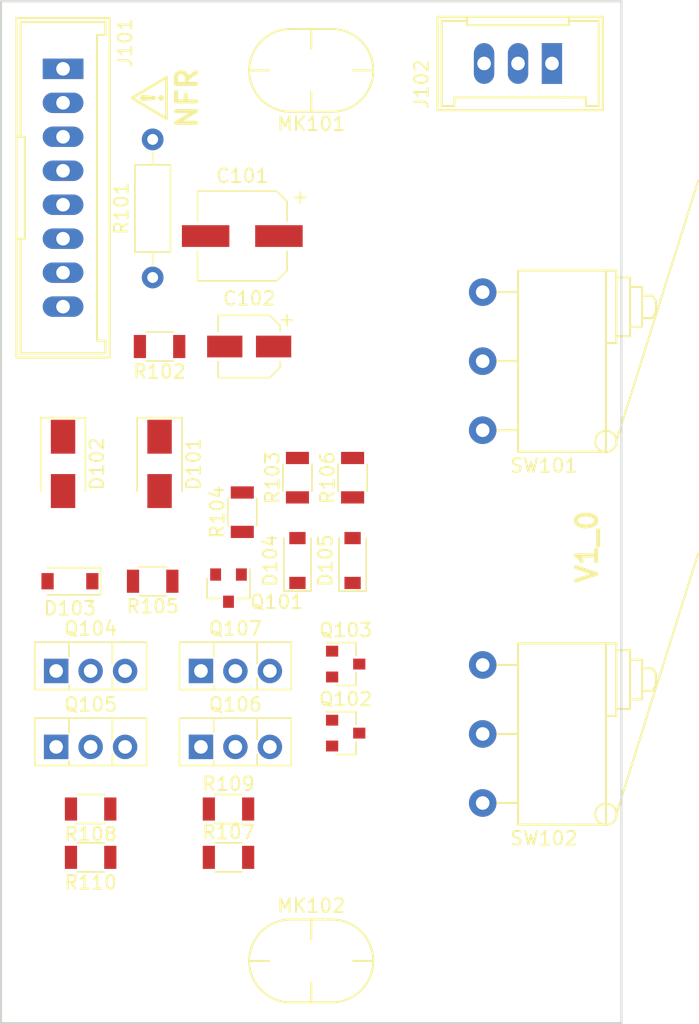
<source format=kicad_pcb>
(kicad_pcb (version 4) (host pcbnew 4.0.7)

  (general
    (links 46)
    (no_connects 46)
    (area 121.844999 56.795999 173.566501 132.180001)
    (thickness 1.6)
    (drawings 28)
    (tracks 0)
    (zones 0)
    (modules 30)
    (nets 22)
  )

  (page A4)
  (title_block
    (title "Philips VP415 Front Loader Module")
    (date 2018-09-07)
    (rev 1.1)
    (company https://www.domesday86.com)
    (comment 1 "(c)2018 Simon Inns")
    (comment 2 "License: Attribution-ShareAlike 4.0 International (CC BY-SA 4.0)")
  )

  (layers
    (0 F.Cu signal)
    (31 B.Cu signal)
    (32 B.Adhes user)
    (33 F.Adhes user)
    (34 B.Paste user)
    (35 F.Paste user)
    (36 B.SilkS user)
    (37 F.SilkS user)
    (38 B.Mask user)
    (39 F.Mask user)
    (40 Dwgs.User user)
    (41 Cmts.User user)
    (42 Eco1.User user)
    (43 Eco2.User user)
    (44 Edge.Cuts user)
    (45 Margin user)
    (46 B.CrtYd user)
    (47 F.CrtYd user)
    (48 B.Fab user)
    (49 F.Fab user)
  )

  (setup
    (last_trace_width 0.25)
    (user_trace_width 0.3)
    (user_trace_width 0.4)
    (trace_clearance 0.2)
    (zone_clearance 0.6)
    (zone_45_only no)
    (trace_min 0.2)
    (segment_width 0.2)
    (edge_width 0.15)
    (via_size 0.6)
    (via_drill 0.4)
    (via_min_size 0.4)
    (via_min_drill 0.3)
    (uvia_size 0.3)
    (uvia_drill 0.1)
    (uvias_allowed no)
    (uvia_min_size 0.2)
    (uvia_min_drill 0.1)
    (pcb_text_width 0.3)
    (pcb_text_size 1.5 1.5)
    (mod_edge_width 0.15)
    (mod_text_size 1 1)
    (mod_text_width 0.15)
    (pad_size 1.524 1.524)
    (pad_drill 0.762)
    (pad_to_mask_clearance 0.2)
    (aux_axis_origin 0 0)
    (visible_elements 7FFFFFFF)
    (pcbplotparams
      (layerselection 0x010f0_80000001)
      (usegerberextensions false)
      (excludeedgelayer false)
      (linewidth 0.100000)
      (plotframeref false)
      (viasonmask false)
      (mode 1)
      (useauxorigin false)
      (hpglpennumber 1)
      (hpglpenspeed 20)
      (hpglpendiameter 15)
      (hpglpenoverlay 2)
      (psnegative false)
      (psa4output false)
      (plotreference true)
      (plotvalue true)
      (plotinvisibletext false)
      (padsonsilk false)
      (subtractmaskfromsilk false)
      (outputformat 4)
      (mirror false)
      (drillshape 1)
      (scaleselection 1)
      (outputdirectory PDF/))
  )

  (net 0 "")
  (net 1 +12V)
  (net 2 5P1)
  (net 3 7P1)
  (net 4 "Net-(D101-Pad2)")
  (net 5 8P1)
  (net 6 "Net-(D103-Pad1)")
  (net 7 "Net-(D104-Pad1)")
  (net 8 "Net-(D104-Pad2)")
  (net 9 "Net-(D105-Pad2)")
  (net 10 1P1)
  (net 11 3P1)
  (net 12 6P1)
  (net 13 1P2)
  (net 14 3P2)
  (net 15 "Net-(Q102-Pad2)")
  (net 16 "Net-(Q102-Pad3)")
  (net 17 "Net-(Q103-Pad2)")
  (net 18 "Net-(Q103-Pad3)")
  (net 19 "Net-(Q105-Pad3)")
  (net 20 "Net-(Q106-Pad3)")
  (net 21 "Net-(C102-Pad2)")

  (net_class Default "This is the default net class."
    (clearance 0.2)
    (trace_width 0.25)
    (via_dia 0.6)
    (via_drill 0.4)
    (uvia_dia 0.3)
    (uvia_drill 0.1)
    (add_net +12V)
    (add_net 1P1)
    (add_net 1P2)
    (add_net 3P1)
    (add_net 3P2)
    (add_net 5P1)
    (add_net 6P1)
    (add_net 7P1)
    (add_net 8P1)
    (add_net "Net-(C102-Pad2)")
    (add_net "Net-(D101-Pad2)")
    (add_net "Net-(D103-Pad1)")
    (add_net "Net-(D104-Pad1)")
    (add_net "Net-(D104-Pad2)")
    (add_net "Net-(D105-Pad2)")
    (add_net "Net-(Q102-Pad2)")
    (add_net "Net-(Q102-Pad3)")
    (add_net "Net-(Q103-Pad2)")
    (add_net "Net-(Q103-Pad3)")
    (add_net "Net-(Q105-Pad3)")
    (add_net "Net-(Q106-Pad3)")
  )

  (module Capacitors_SMD:CP_Elec_6.3x7.7 (layer F.Cu) (tedit 58AA8B76) (tstamp 5B55BC74)
    (at 139.7 74.168 180)
    (descr "SMT capacitor, aluminium electrolytic, 6.3x7.7")
    (path /5AAA8323)
    (attr smd)
    (fp_text reference C101 (at 0 4.43 180) (layer F.SilkS)
      (effects (font (size 1 1) (thickness 0.15)))
    )
    (fp_text value 47uF (at 0 -4.43 180) (layer F.Fab)
      (effects (font (size 1 1) (thickness 0.15)))
    )
    (fp_circle (center 0 0) (end 0.5 3) (layer F.Fab) (width 0.1))
    (fp_text user + (at -1.73 -0.08 180) (layer F.Fab)
      (effects (font (size 1 1) (thickness 0.15)))
    )
    (fp_text user + (at -4.28 2.91 180) (layer F.SilkS)
      (effects (font (size 1 1) (thickness 0.15)))
    )
    (fp_text user %R (at 0 4.43 180) (layer F.Fab)
      (effects (font (size 1 1) (thickness 0.15)))
    )
    (fp_line (start 3.15 3.15) (end 3.15 -3.15) (layer F.Fab) (width 0.1))
    (fp_line (start -2.48 3.15) (end 3.15 3.15) (layer F.Fab) (width 0.1))
    (fp_line (start -3.15 2.48) (end -2.48 3.15) (layer F.Fab) (width 0.1))
    (fp_line (start -3.15 -2.48) (end -3.15 2.48) (layer F.Fab) (width 0.1))
    (fp_line (start -2.48 -3.15) (end -3.15 -2.48) (layer F.Fab) (width 0.1))
    (fp_line (start 3.15 -3.15) (end -2.48 -3.15) (layer F.Fab) (width 0.1))
    (fp_line (start -3.3 2.54) (end -3.3 1.12) (layer F.SilkS) (width 0.12))
    (fp_line (start 3.3 3.3) (end 3.3 1.12) (layer F.SilkS) (width 0.12))
    (fp_line (start 3.3 -3.3) (end 3.3 -1.12) (layer F.SilkS) (width 0.12))
    (fp_line (start -3.3 -2.54) (end -3.3 -1.12) (layer F.SilkS) (width 0.12))
    (fp_line (start 3.3 3.3) (end -2.54 3.3) (layer F.SilkS) (width 0.12))
    (fp_line (start -2.54 3.3) (end -3.3 2.54) (layer F.SilkS) (width 0.12))
    (fp_line (start -3.3 -2.54) (end -2.54 -3.3) (layer F.SilkS) (width 0.12))
    (fp_line (start -2.54 -3.3) (end 3.3 -3.3) (layer F.SilkS) (width 0.12))
    (fp_line (start -4.7 -3.4) (end 4.7 -3.4) (layer F.CrtYd) (width 0.05))
    (fp_line (start -4.7 -3.4) (end -4.7 3.4) (layer F.CrtYd) (width 0.05))
    (fp_line (start 4.7 3.4) (end 4.7 -3.4) (layer F.CrtYd) (width 0.05))
    (fp_line (start 4.7 3.4) (end -4.7 3.4) (layer F.CrtYd) (width 0.05))
    (pad 1 smd rect (at -2.7 0) (size 3.5 1.6) (layers F.Cu F.Paste F.Mask)
      (net 1 +12V))
    (pad 2 smd rect (at 2.7 0) (size 3.5 1.6) (layers F.Cu F.Paste F.Mask)
      (net 2 5P1))
    (model Capacitors_SMD.3dshapes/CP_Elec_6.3x7.7.wrl
      (at (xyz 0 0 0))
      (scale (xyz 1 1 1))
      (rotate (xyz 0 0 180))
    )
  )

  (module Capacitors_SMD:CP_Elec_4x5.3 (layer F.Cu) (tedit 58AA85FB) (tstamp 5B55BC7A)
    (at 140.208 82.296 180)
    (descr "SMT capacitor, aluminium electrolytic, 4x5.3")
    (path /5AAA5C86)
    (attr smd)
    (fp_text reference C102 (at 0 3.54 180) (layer F.SilkS)
      (effects (font (size 1 1) (thickness 0.15)))
    )
    (fp_text value 4u7 (at 0 -3.54 180) (layer F.Fab)
      (effects (font (size 1 1) (thickness 0.15)))
    )
    (fp_circle (center 0 0) (end 0 2.1) (layer F.Fab) (width 0.1))
    (fp_text user + (at -1.21 -0.08 180) (layer F.Fab)
      (effects (font (size 1 1) (thickness 0.15)))
    )
    (fp_text user + (at -2.77 2.01 180) (layer F.SilkS)
      (effects (font (size 1 1) (thickness 0.15)))
    )
    (fp_text user %R (at 0 3.54 180) (layer F.Fab)
      (effects (font (size 1 1) (thickness 0.15)))
    )
    (fp_line (start 2.13 2.13) (end 2.13 -2.13) (layer F.Fab) (width 0.1))
    (fp_line (start -1.46 2.13) (end 2.13 2.13) (layer F.Fab) (width 0.1))
    (fp_line (start -2.13 1.46) (end -1.46 2.13) (layer F.Fab) (width 0.1))
    (fp_line (start -2.13 -1.46) (end -2.13 1.46) (layer F.Fab) (width 0.1))
    (fp_line (start -1.46 -2.13) (end -2.13 -1.46) (layer F.Fab) (width 0.1))
    (fp_line (start 2.13 -2.13) (end -1.46 -2.13) (layer F.Fab) (width 0.1))
    (fp_line (start -2.29 -1.52) (end -2.29 -1.12) (layer F.SilkS) (width 0.12))
    (fp_line (start 2.29 -2.29) (end 2.29 -1.12) (layer F.SilkS) (width 0.12))
    (fp_line (start 2.29 2.29) (end 2.29 1.12) (layer F.SilkS) (width 0.12))
    (fp_line (start -2.29 1.52) (end -2.29 1.12) (layer F.SilkS) (width 0.12))
    (fp_line (start -1.52 2.29) (end 2.29 2.29) (layer F.SilkS) (width 0.12))
    (fp_line (start -1.52 2.29) (end -2.29 1.52) (layer F.SilkS) (width 0.12))
    (fp_line (start -1.52 -2.29) (end 2.29 -2.29) (layer F.SilkS) (width 0.12))
    (fp_line (start -1.52 -2.29) (end -2.29 -1.52) (layer F.SilkS) (width 0.12))
    (fp_line (start -3.35 -2.39) (end 3.35 -2.39) (layer F.CrtYd) (width 0.05))
    (fp_line (start -3.35 -2.39) (end -3.35 2.38) (layer F.CrtYd) (width 0.05))
    (fp_line (start 3.35 2.38) (end 3.35 -2.39) (layer F.CrtYd) (width 0.05))
    (fp_line (start 3.35 2.38) (end -3.35 2.38) (layer F.CrtYd) (width 0.05))
    (pad 1 smd rect (at -1.8 0) (size 2.6 1.6) (layers F.Cu F.Paste F.Mask)
      (net 1 +12V))
    (pad 2 smd rect (at 1.8 0) (size 2.6 1.6) (layers F.Cu F.Paste F.Mask)
      (net 21 "Net-(C102-Pad2)"))
    (model Capacitors_SMD.3dshapes/CP_Elec_4x5.3.wrl
      (at (xyz 0 0 0))
      (scale (xyz 1 1 1))
      (rotate (xyz 0 0 180))
    )
  )

  (module Lumberg-25-MSF:Lumberg-25-MSF-08 (layer F.Cu) (tedit 5B55E1F9) (tstamp 5B55BCB8)
    (at 126.492 70.612 270)
    (path /5AAA58C2)
    (fp_text reference J101 (at -10.668 -4.572 450) (layer F.SilkS)
      (effects (font (size 1 1) (thickness 0.15)))
    )
    (fp_text value "P1 Connector" (at -4.572 3.048 270) (layer F.Fab)
      (effects (font (size 1 1) (thickness 0.15)))
    )
    (fp_line (start 3.75 3.125) (end 12.1875 3.125) (layer F.SilkS) (width 0.15))
    (fp_line (start -12.1875 3.125) (end -3.75 3.125) (layer F.SilkS) (width 0.15))
    (fp_line (start -3.75 3.125) (end -3.75 2.8125) (layer F.SilkS) (width 0.15))
    (fp_line (start -3.75 2.8125) (end 3.75 2.8125) (layer F.SilkS) (width 0.15))
    (fp_line (start 3.75 2.8125) (end 3.75 3.125) (layer F.SilkS) (width 0.15))
    (fp_line (start 3.75 3.125) (end 3.75 3.4375) (layer F.SilkS) (width 0.15))
    (fp_line (start -3.75 3.125) (end -3.75 3.4375) (layer F.SilkS) (width 0.15))
    (fp_line (start 11.25 -3.125) (end 12.1875 -3.125) (layer F.SilkS) (width 0.15))
    (fp_line (start -12.1875 -3.125) (end -11.25 -3.125) (layer F.SilkS) (width 0.15))
    (fp_line (start 9.6875 -2.5) (end 11.25 -2.5) (layer F.SilkS) (width 0.15))
    (fp_line (start 11.25 -2.5) (end 11.25 -3.125) (layer F.SilkS) (width 0.15))
    (fp_line (start -11.25 -3.125) (end -11.25 -2.5) (layer F.SilkS) (width 0.15))
    (fp_line (start -11.25 -2.5) (end -9.6875 -2.5) (layer F.SilkS) (width 0.15))
    (fp_line (start -9.6875 -2.5) (end 9.6875 -2.5) (layer F.SilkS) (width 0.15))
    (fp_line (start -12.5 3.4375) (end -12.5 -3.4375) (layer F.SilkS) (width 0.15))
    (fp_line (start 12.5 3.4375) (end 12.5 -3.4375) (layer F.SilkS) (width 0.15))
    (fp_line (start -12.1875 3.125) (end -12.1875 -3.125) (layer F.SilkS) (width 0.15))
    (fp_line (start 12.1875 3.125) (end 12.1875 -3.125) (layer F.SilkS) (width 0.15))
    (fp_line (start -12.5 3.4375) (end 12.5 3.4375) (layer F.SilkS) (width 0.15))
    (fp_line (start -12.5 -3.4375) (end 12.5 -3.4375) (layer F.SilkS) (width 0.15))
    (pad 1 thru_hole rect (at -8.75 0 270) (size 1.5 3) (drill 1) (layers *.Cu *.Mask)
      (net 10 1P1))
    (pad 2 thru_hole oval (at -6.25 0 270) (size 1.5 3) (drill 1) (layers *.Cu *.Mask))
    (pad 3 thru_hole oval (at -3.75 0 270) (size 1.5 3) (drill 1) (layers *.Cu *.Mask)
      (net 11 3P1))
    (pad 4 thru_hole oval (at -1.25 0 270) (size 1.5 3) (drill 1) (layers *.Cu *.Mask))
    (pad 5 thru_hole oval (at 1.25 0 270) (size 1.5 3) (drill 1) (layers *.Cu *.Mask)
      (net 2 5P1))
    (pad 6 thru_hole oval (at 3.75 0 270) (size 1.5 3) (drill 1) (layers *.Cu *.Mask)
      (net 12 6P1))
    (pad 7 thru_hole oval (at 6.25 0 270) (size 1.5 3) (drill 1) (layers *.Cu *.Mask)
      (net 3 7P1))
    (pad 8 thru_hole oval (at 8.75 0 270) (size 1.5 3) (drill 1) (layers *.Cu *.Mask)
      (net 5 8P1))
  )

  (module Lumberg-25-MSF:Lumberg-25-MSF-03 (layer F.Cu) (tedit 5B55E205) (tstamp 5B55BCD3)
    (at 160.02 61.468 180)
    (path /5AAA5921)
    (fp_text reference J102 (at 7.112 -1.524 270) (layer F.SilkS)
      (effects (font (size 1 1) (thickness 0.15)))
    )
    (fp_text value "P2 Connector" (at 0 -4.572 180) (layer F.Fab)
      (effects (font (size 1 1) (thickness 0.15)))
    )
    (fp_line (start 5.9375 -3.4375) (end -6.25 -3.4375) (layer F.SilkS) (width 0.15))
    (fp_line (start -6.25 3.4375) (end 5.9375 3.4375) (layer F.SilkS) (width 0.15))
    (fp_line (start 3.125 -2.5) (end -3.4375 -2.5) (layer F.SilkS) (width 0.15))
    (fp_line (start 5.9375 3.4375) (end 5.9375 -3.4375) (layer F.SilkS) (width 0.15))
    (fp_line (start 3.75 3.125) (end 5.625 3.125) (layer F.SilkS) (width 0.15))
    (fp_line (start -5.9375 3.125) (end -3.75 3.125) (layer F.SilkS) (width 0.15))
    (fp_line (start -3.75 3.125) (end -3.75 2.8125) (layer F.SilkS) (width 0.15))
    (fp_line (start -3.75 2.8125) (end 3.75 2.8125) (layer F.SilkS) (width 0.15))
    (fp_line (start 3.75 2.8125) (end 3.75 3.125) (layer F.SilkS) (width 0.15))
    (fp_line (start 3.75 3.125) (end 3.75 3.4375) (layer F.SilkS) (width 0.15))
    (fp_line (start -3.75 3.125) (end -3.75 3.4375) (layer F.SilkS) (width 0.15))
    (fp_line (start 4.6875 -3.125) (end 5.625 -3.125) (layer F.SilkS) (width 0.15))
    (fp_line (start -5.9375 -3.125) (end -5 -3.125) (layer F.SilkS) (width 0.15))
    (fp_line (start 3.125 -2.5) (end 4.6875 -2.5) (layer F.SilkS) (width 0.15))
    (fp_line (start 4.6875 -2.5) (end 4.6875 -3.125) (layer F.SilkS) (width 0.15))
    (fp_line (start -5 -3.125) (end -5 -2.5) (layer F.SilkS) (width 0.15))
    (fp_line (start -5 -2.5) (end -3.4375 -2.5) (layer F.SilkS) (width 0.15))
    (fp_line (start -6.25 3.4375) (end -6.25 -3.4375) (layer F.SilkS) (width 0.15))
    (fp_line (start -5.9375 3.125) (end -5.9375 -3.125) (layer F.SilkS) (width 0.15))
    (fp_line (start 5.625 3.125) (end 5.625 -3.125) (layer F.SilkS) (width 0.15))
    (pad 1 thru_hole rect (at -2.5 0 180) (size 1.5 3) (drill 1) (layers *.Cu *.Mask)
      (net 13 1P2))
    (pad 2 thru_hole oval (at 0 0 180) (size 1.5 3) (drill 1) (layers *.Cu *.Mask))
    (pad 3 thru_hole oval (at 2.5 0 180) (size 1.5 3) (drill 1) (layers *.Cu *.Mask)
      (net 14 3P2))
  )

  (module Module-P-Mount:Module-P-Mount (layer F.Cu) (tedit 5B55E1FE) (tstamp 5B55BCE2)
    (at 144.78 61.976)
    (path /5B55A1CF)
    (fp_text reference MK101 (at 0 3.937) (layer F.SilkS)
      (effects (font (size 1 1) (thickness 0.15)))
    )
    (fp_text value Mounting_Hole (at 0 -3.048) (layer F.Fab)
      (effects (font (size 1 1) (thickness 0.15)))
    )
    (fp_line (start 0 1.524) (end 0 3.048) (layer F.SilkS) (width 0.15))
    (fp_line (start -3.048 0) (end -4.572 0) (layer F.SilkS) (width 0.15))
    (fp_line (start 0 -1.524) (end 0 -3.048) (layer F.SilkS) (width 0.15))
    (fp_line (start 3.048 0) (end 4.572 0) (layer F.SilkS) (width 0.15))
    (fp_line (start -1.524 3.048) (end 1.524 3.048) (layer F.SilkS) (width 0.15))
    (fp_line (start -1.524 -3.048) (end 1.524 -3.048) (layer F.SilkS) (width 0.15))
    (fp_arc (start -1.524 0) (end -1.524 3.048) (angle 90) (layer F.SilkS) (width 0.15))
    (fp_arc (start 1.524 0) (end 1.524 -3.048) (angle 90) (layer F.SilkS) (width 0.15))
    (fp_arc (start 1.524 0) (end 4.572 0) (angle 90) (layer F.SilkS) (width 0.15))
    (fp_arc (start -1.524 0) (end -4.572 0) (angle 90) (layer F.SilkS) (width 0.15))
    (pad "" np_thru_hole oval (at 0 0) (size 6.069 3.048) (drill oval 6.069 3.048) (layers *.Cu *.Mask))
  )

  (module Module-P-Mount:Module-P-Mount (layer F.Cu) (tedit 5B55DDD6) (tstamp 5B55BCF1)
    (at 144.78 127.508)
    (path /5B55A2CA)
    (fp_text reference MK102 (at 0 -4.064) (layer F.SilkS)
      (effects (font (size 1 1) (thickness 0.15)))
    )
    (fp_text value Mounting_Hole (at -0.254 -3.937) (layer F.Fab)
      (effects (font (size 1 1) (thickness 0.15)))
    )
    (fp_line (start 0 1.524) (end 0 3.048) (layer F.SilkS) (width 0.15))
    (fp_line (start -3.048 0) (end -4.572 0) (layer F.SilkS) (width 0.15))
    (fp_line (start 0 -1.524) (end 0 -3.048) (layer F.SilkS) (width 0.15))
    (fp_line (start 3.048 0) (end 4.572 0) (layer F.SilkS) (width 0.15))
    (fp_line (start -1.524 3.048) (end 1.524 3.048) (layer F.SilkS) (width 0.15))
    (fp_line (start -1.524 -3.048) (end 1.524 -3.048) (layer F.SilkS) (width 0.15))
    (fp_arc (start -1.524 0) (end -1.524 3.048) (angle 90) (layer F.SilkS) (width 0.15))
    (fp_arc (start 1.524 0) (end 1.524 -3.048) (angle 90) (layer F.SilkS) (width 0.15))
    (fp_arc (start 1.524 0) (end 4.572 0) (angle 90) (layer F.SilkS) (width 0.15))
    (fp_arc (start -1.524 0) (end -4.572 0) (angle 90) (layer F.SilkS) (width 0.15))
    (pad "" np_thru_hole oval (at 0 0) (size 6.069 3.048) (drill oval 6.069 3.048) (layers *.Cu *.Mask))
  )

  (module TO_SOT_Packages_SMD:SOT-23 (layer F.Cu) (tedit 5B55DE1A) (tstamp 5B55BCF8)
    (at 138.684 100.076 270)
    (descr "SOT-23, Standard")
    (tags SOT-23)
    (path /5AAA5D97)
    (attr smd)
    (fp_text reference Q101 (at 1.016 -3.556 360) (layer F.SilkS)
      (effects (font (size 1 1) (thickness 0.15)))
    )
    (fp_text value BC848C (at 0 2.5 270) (layer F.Fab)
      (effects (font (size 1 1) (thickness 0.15)))
    )
    (fp_text user %R (at 0 0 360) (layer F.Fab)
      (effects (font (size 0.5 0.5) (thickness 0.075)))
    )
    (fp_line (start -0.7 -0.95) (end -0.7 1.5) (layer F.Fab) (width 0.1))
    (fp_line (start -0.15 -1.52) (end 0.7 -1.52) (layer F.Fab) (width 0.1))
    (fp_line (start -0.7 -0.95) (end -0.15 -1.52) (layer F.Fab) (width 0.1))
    (fp_line (start 0.7 -1.52) (end 0.7 1.52) (layer F.Fab) (width 0.1))
    (fp_line (start -0.7 1.52) (end 0.7 1.52) (layer F.Fab) (width 0.1))
    (fp_line (start 0.76 1.58) (end 0.76 0.65) (layer F.SilkS) (width 0.12))
    (fp_line (start 0.76 -1.58) (end 0.76 -0.65) (layer F.SilkS) (width 0.12))
    (fp_line (start -1.7 -1.75) (end 1.7 -1.75) (layer F.CrtYd) (width 0.05))
    (fp_line (start 1.7 -1.75) (end 1.7 1.75) (layer F.CrtYd) (width 0.05))
    (fp_line (start 1.7 1.75) (end -1.7 1.75) (layer F.CrtYd) (width 0.05))
    (fp_line (start -1.7 1.75) (end -1.7 -1.75) (layer F.CrtYd) (width 0.05))
    (fp_line (start 0.76 -1.58) (end -1.4 -1.58) (layer F.SilkS) (width 0.12))
    (fp_line (start 0.76 1.58) (end -0.7 1.58) (layer F.SilkS) (width 0.12))
    (pad 1 smd rect (at -1 -0.95 270) (size 0.9 0.8) (layers F.Cu F.Paste F.Mask)
      (net 6 "Net-(D103-Pad1)"))
    (pad 2 smd rect (at -1 0.95 270) (size 0.9 0.8) (layers F.Cu F.Paste F.Mask)
      (net 2 5P1))
    (pad 3 smd rect (at 1 0 270) (size 0.9 0.8) (layers F.Cu F.Paste F.Mask)
      (net 7 "Net-(D104-Pad1)"))
    (model ${KISYS3DMOD}/TO_SOT_Packages_SMD.3dshapes/SOT-23.wrl
      (at (xyz 0 0 0))
      (scale (xyz 1 1 1))
      (rotate (xyz 0 0 0))
    )
  )

  (module TO_SOT_Packages_SMD:SOT-23 (layer F.Cu) (tedit 58CE4E7E) (tstamp 5B55BCFF)
    (at 147.32 110.744)
    (descr "SOT-23, Standard")
    (tags SOT-23)
    (path /5AAA6101)
    (attr smd)
    (fp_text reference Q102 (at 0 -2.5) (layer F.SilkS)
      (effects (font (size 1 1) (thickness 0.15)))
    )
    (fp_text value BC848C (at 0 2.5) (layer F.Fab)
      (effects (font (size 1 1) (thickness 0.15)))
    )
    (fp_text user %R (at 0 0 90) (layer F.Fab)
      (effects (font (size 0.5 0.5) (thickness 0.075)))
    )
    (fp_line (start -0.7 -0.95) (end -0.7 1.5) (layer F.Fab) (width 0.1))
    (fp_line (start -0.15 -1.52) (end 0.7 -1.52) (layer F.Fab) (width 0.1))
    (fp_line (start -0.7 -0.95) (end -0.15 -1.52) (layer F.Fab) (width 0.1))
    (fp_line (start 0.7 -1.52) (end 0.7 1.52) (layer F.Fab) (width 0.1))
    (fp_line (start -0.7 1.52) (end 0.7 1.52) (layer F.Fab) (width 0.1))
    (fp_line (start 0.76 1.58) (end 0.76 0.65) (layer F.SilkS) (width 0.12))
    (fp_line (start 0.76 -1.58) (end 0.76 -0.65) (layer F.SilkS) (width 0.12))
    (fp_line (start -1.7 -1.75) (end 1.7 -1.75) (layer F.CrtYd) (width 0.05))
    (fp_line (start 1.7 -1.75) (end 1.7 1.75) (layer F.CrtYd) (width 0.05))
    (fp_line (start 1.7 1.75) (end -1.7 1.75) (layer F.CrtYd) (width 0.05))
    (fp_line (start -1.7 1.75) (end -1.7 -1.75) (layer F.CrtYd) (width 0.05))
    (fp_line (start 0.76 -1.58) (end -1.4 -1.58) (layer F.SilkS) (width 0.12))
    (fp_line (start 0.76 1.58) (end -0.7 1.58) (layer F.SilkS) (width 0.12))
    (pad 1 smd rect (at -1 -0.95) (size 0.9 0.8) (layers F.Cu F.Paste F.Mask)
      (net 8 "Net-(D104-Pad2)"))
    (pad 2 smd rect (at -1 0.95) (size 0.9 0.8) (layers F.Cu F.Paste F.Mask)
      (net 15 "Net-(Q102-Pad2)"))
    (pad 3 smd rect (at 1 0) (size 0.9 0.8) (layers F.Cu F.Paste F.Mask)
      (net 16 "Net-(Q102-Pad3)"))
    (model ${KISYS3DMOD}/TO_SOT_Packages_SMD.3dshapes/SOT-23.wrl
      (at (xyz 0 0 0))
      (scale (xyz 1 1 1))
      (rotate (xyz 0 0 0))
    )
  )

  (module TO_SOT_Packages_SMD:SOT-23 (layer F.Cu) (tedit 58CE4E7E) (tstamp 5B55BD06)
    (at 147.32 105.664)
    (descr "SOT-23, Standard")
    (tags SOT-23)
    (path /5AAA6156)
    (attr smd)
    (fp_text reference Q103 (at 0 -2.5) (layer F.SilkS)
      (effects (font (size 1 1) (thickness 0.15)))
    )
    (fp_text value BC848C (at 0 2.5) (layer F.Fab)
      (effects (font (size 1 1) (thickness 0.15)))
    )
    (fp_text user %R (at 0 0 90) (layer F.Fab)
      (effects (font (size 0.5 0.5) (thickness 0.075)))
    )
    (fp_line (start -0.7 -0.95) (end -0.7 1.5) (layer F.Fab) (width 0.1))
    (fp_line (start -0.15 -1.52) (end 0.7 -1.52) (layer F.Fab) (width 0.1))
    (fp_line (start -0.7 -0.95) (end -0.15 -1.52) (layer F.Fab) (width 0.1))
    (fp_line (start 0.7 -1.52) (end 0.7 1.52) (layer F.Fab) (width 0.1))
    (fp_line (start -0.7 1.52) (end 0.7 1.52) (layer F.Fab) (width 0.1))
    (fp_line (start 0.76 1.58) (end 0.76 0.65) (layer F.SilkS) (width 0.12))
    (fp_line (start 0.76 -1.58) (end 0.76 -0.65) (layer F.SilkS) (width 0.12))
    (fp_line (start -1.7 -1.75) (end 1.7 -1.75) (layer F.CrtYd) (width 0.05))
    (fp_line (start 1.7 -1.75) (end 1.7 1.75) (layer F.CrtYd) (width 0.05))
    (fp_line (start 1.7 1.75) (end -1.7 1.75) (layer F.CrtYd) (width 0.05))
    (fp_line (start -1.7 1.75) (end -1.7 -1.75) (layer F.CrtYd) (width 0.05))
    (fp_line (start 0.76 -1.58) (end -1.4 -1.58) (layer F.SilkS) (width 0.12))
    (fp_line (start 0.76 1.58) (end -0.7 1.58) (layer F.SilkS) (width 0.12))
    (pad 1 smd rect (at -1 -0.95) (size 0.9 0.8) (layers F.Cu F.Paste F.Mask)
      (net 9 "Net-(D105-Pad2)"))
    (pad 2 smd rect (at -1 0.95) (size 0.9 0.8) (layers F.Cu F.Paste F.Mask)
      (net 17 "Net-(Q103-Pad2)"))
    (pad 3 smd rect (at 1 0) (size 0.9 0.8) (layers F.Cu F.Paste F.Mask)
      (net 18 "Net-(Q103-Pad3)"))
    (model ${KISYS3DMOD}/TO_SOT_Packages_SMD.3dshapes/SOT-23.wrl
      (at (xyz 0 0 0))
      (scale (xyz 1 1 1))
      (rotate (xyz 0 0 0))
    )
  )

  (module TO_SOT_Packages_THT:TO-126_Vertical (layer F.Cu) (tedit 58CE52AC) (tstamp 5B55BD0D)
    (at 125.984 106.172)
    (descr "TO-126, Vertical, RM 2.54mm")
    (tags "TO-126 Vertical RM 2.54mm")
    (path /5AAAE1CF)
    (fp_text reference Q104 (at 2.54 -3.12) (layer F.SilkS)
      (effects (font (size 1 1) (thickness 0.15)))
    )
    (fp_text value BD139-10 (at 2.54 3.27) (layer F.Fab)
      (effects (font (size 1 1) (thickness 0.15)))
    )
    (fp_text user %R (at 2.54 -3.12) (layer F.Fab)
      (effects (font (size 1 1) (thickness 0.15)))
    )
    (fp_line (start -1.46 -2) (end -1.46 1.25) (layer F.Fab) (width 0.1))
    (fp_line (start -1.46 1.25) (end 6.54 1.25) (layer F.Fab) (width 0.1))
    (fp_line (start 6.54 1.25) (end 6.54 -2) (layer F.Fab) (width 0.1))
    (fp_line (start 6.54 -2) (end -1.46 -2) (layer F.Fab) (width 0.1))
    (fp_line (start 0.94 -2) (end 0.94 1.25) (layer F.Fab) (width 0.1))
    (fp_line (start 4.14 -2) (end 4.14 1.25) (layer F.Fab) (width 0.1))
    (fp_line (start -1.58 -2.12) (end 6.66 -2.12) (layer F.SilkS) (width 0.12))
    (fp_line (start -1.58 1.37) (end 6.66 1.37) (layer F.SilkS) (width 0.12))
    (fp_line (start -1.58 -2.12) (end -1.58 1.37) (layer F.SilkS) (width 0.12))
    (fp_line (start 6.66 -2.12) (end 6.66 1.37) (layer F.SilkS) (width 0.12))
    (fp_line (start 0.94 -2.12) (end 0.94 -1.05) (layer F.SilkS) (width 0.12))
    (fp_line (start 0.94 1.05) (end 0.94 1.37) (layer F.SilkS) (width 0.12))
    (fp_line (start 4.141 -2.12) (end 4.141 -0.54) (layer F.SilkS) (width 0.12))
    (fp_line (start 4.141 0.54) (end 4.141 1.37) (layer F.SilkS) (width 0.12))
    (fp_line (start -1.71 -2.25) (end -1.71 1.5) (layer F.CrtYd) (width 0.05))
    (fp_line (start -1.71 1.5) (end 6.79 1.5) (layer F.CrtYd) (width 0.05))
    (fp_line (start 6.79 1.5) (end 6.79 -2.25) (layer F.CrtYd) (width 0.05))
    (fp_line (start 6.79 -2.25) (end -1.71 -2.25) (layer F.CrtYd) (width 0.05))
    (pad 1 thru_hole rect (at 0 0) (size 1.8 1.8) (drill 1) (layers *.Cu *.Mask)
      (net 2 5P1))
    (pad 2 thru_hole oval (at 2.54 0) (size 1.8 1.8) (drill 1) (layers *.Cu *.Mask)
      (net 14 3P2))
    (pad 3 thru_hole oval (at 5.08 0) (size 1.8 1.8) (drill 1) (layers *.Cu *.Mask)
      (net 15 "Net-(Q102-Pad2)"))
    (model ${KISYS3DMOD}/TO_SOT_Packages_THT.3dshapes/TO-126_Vertical.wrl
      (at (xyz 0.1 0 0))
      (scale (xyz 1 1 1))
      (rotate (xyz 0 0 0))
    )
  )

  (module TO_SOT_Packages_THT:TO-126_Vertical (layer F.Cu) (tedit 58CE52AC) (tstamp 5B55BD14)
    (at 125.984 111.76)
    (descr "TO-126, Vertical, RM 2.54mm")
    (tags "TO-126 Vertical RM 2.54mm")
    (path /5AAAE4D7)
    (fp_text reference Q105 (at 2.54 -3.12) (layer F.SilkS)
      (effects (font (size 1 1) (thickness 0.15)))
    )
    (fp_text value BD140-16 (at 2.54 3.27) (layer F.Fab)
      (effects (font (size 1 1) (thickness 0.15)))
    )
    (fp_text user %R (at 2.54 -3.12) (layer F.Fab)
      (effects (font (size 1 1) (thickness 0.15)))
    )
    (fp_line (start -1.46 -2) (end -1.46 1.25) (layer F.Fab) (width 0.1))
    (fp_line (start -1.46 1.25) (end 6.54 1.25) (layer F.Fab) (width 0.1))
    (fp_line (start 6.54 1.25) (end 6.54 -2) (layer F.Fab) (width 0.1))
    (fp_line (start 6.54 -2) (end -1.46 -2) (layer F.Fab) (width 0.1))
    (fp_line (start 0.94 -2) (end 0.94 1.25) (layer F.Fab) (width 0.1))
    (fp_line (start 4.14 -2) (end 4.14 1.25) (layer F.Fab) (width 0.1))
    (fp_line (start -1.58 -2.12) (end 6.66 -2.12) (layer F.SilkS) (width 0.12))
    (fp_line (start -1.58 1.37) (end 6.66 1.37) (layer F.SilkS) (width 0.12))
    (fp_line (start -1.58 -2.12) (end -1.58 1.37) (layer F.SilkS) (width 0.12))
    (fp_line (start 6.66 -2.12) (end 6.66 1.37) (layer F.SilkS) (width 0.12))
    (fp_line (start 0.94 -2.12) (end 0.94 -1.05) (layer F.SilkS) (width 0.12))
    (fp_line (start 0.94 1.05) (end 0.94 1.37) (layer F.SilkS) (width 0.12))
    (fp_line (start 4.141 -2.12) (end 4.141 -0.54) (layer F.SilkS) (width 0.12))
    (fp_line (start 4.141 0.54) (end 4.141 1.37) (layer F.SilkS) (width 0.12))
    (fp_line (start -1.71 -2.25) (end -1.71 1.5) (layer F.CrtYd) (width 0.05))
    (fp_line (start -1.71 1.5) (end 6.79 1.5) (layer F.CrtYd) (width 0.05))
    (fp_line (start 6.79 1.5) (end 6.79 -2.25) (layer F.CrtYd) (width 0.05))
    (fp_line (start 6.79 -2.25) (end -1.71 -2.25) (layer F.CrtYd) (width 0.05))
    (pad 1 thru_hole rect (at 0 0) (size 1.8 1.8) (drill 1) (layers *.Cu *.Mask)
      (net 1 +12V))
    (pad 2 thru_hole oval (at 2.54 0) (size 1.8 1.8) (drill 1) (layers *.Cu *.Mask)
      (net 14 3P2))
    (pad 3 thru_hole oval (at 5.08 0) (size 1.8 1.8) (drill 1) (layers *.Cu *.Mask)
      (net 19 "Net-(Q105-Pad3)"))
    (model ${KISYS3DMOD}/TO_SOT_Packages_THT.3dshapes/TO-126_Vertical.wrl
      (at (xyz 0.1 0 0))
      (scale (xyz 1 1 1))
      (rotate (xyz 0 0 0))
    )
  )

  (module TO_SOT_Packages_THT:TO-126_Vertical (layer F.Cu) (tedit 58CE52AC) (tstamp 5B55BD1B)
    (at 136.652 111.76)
    (descr "TO-126, Vertical, RM 2.54mm")
    (tags "TO-126 Vertical RM 2.54mm")
    (path /5AAAE5CF)
    (fp_text reference Q106 (at 2.54 -3.12) (layer F.SilkS)
      (effects (font (size 1 1) (thickness 0.15)))
    )
    (fp_text value BD140-16 (at 2.54 3.27) (layer F.Fab)
      (effects (font (size 1 1) (thickness 0.15)))
    )
    (fp_text user %R (at 2.54 -3.12) (layer F.Fab)
      (effects (font (size 1 1) (thickness 0.15)))
    )
    (fp_line (start -1.46 -2) (end -1.46 1.25) (layer F.Fab) (width 0.1))
    (fp_line (start -1.46 1.25) (end 6.54 1.25) (layer F.Fab) (width 0.1))
    (fp_line (start 6.54 1.25) (end 6.54 -2) (layer F.Fab) (width 0.1))
    (fp_line (start 6.54 -2) (end -1.46 -2) (layer F.Fab) (width 0.1))
    (fp_line (start 0.94 -2) (end 0.94 1.25) (layer F.Fab) (width 0.1))
    (fp_line (start 4.14 -2) (end 4.14 1.25) (layer F.Fab) (width 0.1))
    (fp_line (start -1.58 -2.12) (end 6.66 -2.12) (layer F.SilkS) (width 0.12))
    (fp_line (start -1.58 1.37) (end 6.66 1.37) (layer F.SilkS) (width 0.12))
    (fp_line (start -1.58 -2.12) (end -1.58 1.37) (layer F.SilkS) (width 0.12))
    (fp_line (start 6.66 -2.12) (end 6.66 1.37) (layer F.SilkS) (width 0.12))
    (fp_line (start 0.94 -2.12) (end 0.94 -1.05) (layer F.SilkS) (width 0.12))
    (fp_line (start 0.94 1.05) (end 0.94 1.37) (layer F.SilkS) (width 0.12))
    (fp_line (start 4.141 -2.12) (end 4.141 -0.54) (layer F.SilkS) (width 0.12))
    (fp_line (start 4.141 0.54) (end 4.141 1.37) (layer F.SilkS) (width 0.12))
    (fp_line (start -1.71 -2.25) (end -1.71 1.5) (layer F.CrtYd) (width 0.05))
    (fp_line (start -1.71 1.5) (end 6.79 1.5) (layer F.CrtYd) (width 0.05))
    (fp_line (start 6.79 1.5) (end 6.79 -2.25) (layer F.CrtYd) (width 0.05))
    (fp_line (start 6.79 -2.25) (end -1.71 -2.25) (layer F.CrtYd) (width 0.05))
    (pad 1 thru_hole rect (at 0 0) (size 1.8 1.8) (drill 1) (layers *.Cu *.Mask)
      (net 1 +12V))
    (pad 2 thru_hole oval (at 2.54 0) (size 1.8 1.8) (drill 1) (layers *.Cu *.Mask)
      (net 13 1P2))
    (pad 3 thru_hole oval (at 5.08 0) (size 1.8 1.8) (drill 1) (layers *.Cu *.Mask)
      (net 20 "Net-(Q106-Pad3)"))
    (model ${KISYS3DMOD}/TO_SOT_Packages_THT.3dshapes/TO-126_Vertical.wrl
      (at (xyz 0.1 0 0))
      (scale (xyz 1 1 1))
      (rotate (xyz 0 0 0))
    )
  )

  (module TO_SOT_Packages_THT:TO-126_Vertical (layer F.Cu) (tedit 58CE52AC) (tstamp 5B55BD22)
    (at 136.652 106.172)
    (descr "TO-126, Vertical, RM 2.54mm")
    (tags "TO-126 Vertical RM 2.54mm")
    (path /5AAAE6C7)
    (fp_text reference Q107 (at 2.54 -3.12) (layer F.SilkS)
      (effects (font (size 1 1) (thickness 0.15)))
    )
    (fp_text value BD139-10 (at 2.54 3.27) (layer F.Fab)
      (effects (font (size 1 1) (thickness 0.15)))
    )
    (fp_text user %R (at 2.54 -3.12) (layer F.Fab)
      (effects (font (size 1 1) (thickness 0.15)))
    )
    (fp_line (start -1.46 -2) (end -1.46 1.25) (layer F.Fab) (width 0.1))
    (fp_line (start -1.46 1.25) (end 6.54 1.25) (layer F.Fab) (width 0.1))
    (fp_line (start 6.54 1.25) (end 6.54 -2) (layer F.Fab) (width 0.1))
    (fp_line (start 6.54 -2) (end -1.46 -2) (layer F.Fab) (width 0.1))
    (fp_line (start 0.94 -2) (end 0.94 1.25) (layer F.Fab) (width 0.1))
    (fp_line (start 4.14 -2) (end 4.14 1.25) (layer F.Fab) (width 0.1))
    (fp_line (start -1.58 -2.12) (end 6.66 -2.12) (layer F.SilkS) (width 0.12))
    (fp_line (start -1.58 1.37) (end 6.66 1.37) (layer F.SilkS) (width 0.12))
    (fp_line (start -1.58 -2.12) (end -1.58 1.37) (layer F.SilkS) (width 0.12))
    (fp_line (start 6.66 -2.12) (end 6.66 1.37) (layer F.SilkS) (width 0.12))
    (fp_line (start 0.94 -2.12) (end 0.94 -1.05) (layer F.SilkS) (width 0.12))
    (fp_line (start 0.94 1.05) (end 0.94 1.37) (layer F.SilkS) (width 0.12))
    (fp_line (start 4.141 -2.12) (end 4.141 -0.54) (layer F.SilkS) (width 0.12))
    (fp_line (start 4.141 0.54) (end 4.141 1.37) (layer F.SilkS) (width 0.12))
    (fp_line (start -1.71 -2.25) (end -1.71 1.5) (layer F.CrtYd) (width 0.05))
    (fp_line (start -1.71 1.5) (end 6.79 1.5) (layer F.CrtYd) (width 0.05))
    (fp_line (start 6.79 1.5) (end 6.79 -2.25) (layer F.CrtYd) (width 0.05))
    (fp_line (start 6.79 -2.25) (end -1.71 -2.25) (layer F.CrtYd) (width 0.05))
    (pad 1 thru_hole rect (at 0 0) (size 1.8 1.8) (drill 1) (layers *.Cu *.Mask)
      (net 2 5P1))
    (pad 2 thru_hole oval (at 2.54 0) (size 1.8 1.8) (drill 1) (layers *.Cu *.Mask)
      (net 13 1P2))
    (pad 3 thru_hole oval (at 5.08 0) (size 1.8 1.8) (drill 1) (layers *.Cu *.Mask)
      (net 17 "Net-(Q103-Pad2)"))
    (model ${KISYS3DMOD}/TO_SOT_Packages_THT.3dshapes/TO-126_Vertical.wrl
      (at (xyz 0.1 0 0))
      (scale (xyz 1 1 1))
      (rotate (xyz 0 0 0))
    )
  )

  (module Resistors_THT:R_Axial_DIN0207_L6.3mm_D2.5mm_P10.16mm_Horizontal (layer F.Cu) (tedit 5874F706) (tstamp 5B55BD28)
    (at 133.096 77.216 90)
    (descr "Resistor, Axial_DIN0207 series, Axial, Horizontal, pin pitch=10.16mm, 0.25W = 1/4W, length*diameter=6.3*2.5mm^2, http://cdn-reichelt.de/documents/datenblatt/B400/1_4W%23YAG.pdf")
    (tags "Resistor Axial_DIN0207 series Axial Horizontal pin pitch 10.16mm 0.25W = 1/4W length 6.3mm diameter 2.5mm")
    (path /5B555688)
    (fp_text reference R101 (at 5.08 -2.31 90) (layer F.SilkS)
      (effects (font (size 1 1) (thickness 0.15)))
    )
    (fp_text value 1R (at 5.08 2.31 90) (layer F.Fab)
      (effects (font (size 1 1) (thickness 0.15)))
    )
    (fp_line (start 1.93 -1.25) (end 1.93 1.25) (layer F.Fab) (width 0.1))
    (fp_line (start 1.93 1.25) (end 8.23 1.25) (layer F.Fab) (width 0.1))
    (fp_line (start 8.23 1.25) (end 8.23 -1.25) (layer F.Fab) (width 0.1))
    (fp_line (start 8.23 -1.25) (end 1.93 -1.25) (layer F.Fab) (width 0.1))
    (fp_line (start 0 0) (end 1.93 0) (layer F.Fab) (width 0.1))
    (fp_line (start 10.16 0) (end 8.23 0) (layer F.Fab) (width 0.1))
    (fp_line (start 1.87 -1.31) (end 1.87 1.31) (layer F.SilkS) (width 0.12))
    (fp_line (start 1.87 1.31) (end 8.29 1.31) (layer F.SilkS) (width 0.12))
    (fp_line (start 8.29 1.31) (end 8.29 -1.31) (layer F.SilkS) (width 0.12))
    (fp_line (start 8.29 -1.31) (end 1.87 -1.31) (layer F.SilkS) (width 0.12))
    (fp_line (start 0.98 0) (end 1.87 0) (layer F.SilkS) (width 0.12))
    (fp_line (start 9.18 0) (end 8.29 0) (layer F.SilkS) (width 0.12))
    (fp_line (start -1.05 -1.6) (end -1.05 1.6) (layer F.CrtYd) (width 0.05))
    (fp_line (start -1.05 1.6) (end 11.25 1.6) (layer F.CrtYd) (width 0.05))
    (fp_line (start 11.25 1.6) (end 11.25 -1.6) (layer F.CrtYd) (width 0.05))
    (fp_line (start 11.25 -1.6) (end -1.05 -1.6) (layer F.CrtYd) (width 0.05))
    (pad 1 thru_hole circle (at 0 0 90) (size 1.6 1.6) (drill 0.8) (layers *.Cu *.Mask)
      (net 1 +12V))
    (pad 2 thru_hole oval (at 10.16 0 90) (size 1.6 1.6) (drill 0.8) (layers *.Cu *.Mask)
      (net 11 3P1))
    (model ${KISYS3DMOD}/Resistors_THT.3dshapes/R_Axial_DIN0207_L6.3mm_D2.5mm_P10.16mm_Horizontal.wrl
      (at (xyz 0 0 0))
      (scale (xyz 0.393701 0.393701 0.393701))
      (rotate (xyz 0 0 0))
    )
  )

  (module D2HW-BR221DR:D2HW-8BR221DR (layer F.Cu) (tedit 5B5590F0) (tstamp 5B55BD67)
    (at 160.02 76.708 270)
    (path /5AAA7A44)
    (fp_text reference SW101 (at 14.351 -1.905 360) (layer F.SilkS)
      (effects (font (size 1 1) (thickness 0.15)))
    )
    (fp_text value "Omron D2HW-BR221DR" (at 6.6675 -0.9525 450) (layer F.Fab)
      (effects (font (size 1 1) (thickness 0.15)))
    )
    (fp_line (start 2.921 -10.16) (end 3.048 -10.16) (layer F.SilkS) (width 0.15))
    (fp_line (start 3.048 -10.16) (end 3.4925 -9.906) (layer F.SilkS) (width 0.15))
    (fp_line (start 3.4925 -9.906) (end 3.4925 -9.144) (layer F.SilkS) (width 0.15))
    (fp_line (start 1.8415 -9.144) (end 1.8415 -9.906) (layer F.SilkS) (width 0.15))
    (fp_line (start 1.8415 -9.906) (end 2.2225 -10.16) (layer F.SilkS) (width 0.15))
    (fp_line (start 2.2225 -10.16) (end 2.921 -10.16) (layer F.SilkS) (width 0.15))
    (fp_line (start 12.573 -7.239) (end -6.604 -13.2715) (layer F.SilkS) (width 0.15))
    (fp_circle (center 12.573 -6.477) (end 12.7635 -5.715) (layer F.SilkS) (width 0.15))
    (fp_line (start 1.2065 -8.255) (end 1.2065 -9.144) (layer F.SilkS) (width 0.15))
    (fp_line (start 1.2065 -9.144) (end 4.1275 -9.144) (layer F.SilkS) (width 0.15))
    (fp_line (start 4.1275 -9.144) (end 4.1275 -8.255) (layer F.SilkS) (width 0.15))
    (fp_line (start 0.508 -7.239) (end 0.508 -8.255) (layer F.SilkS) (width 0.15))
    (fp_line (start 0.508 -8.255) (end 4.826 -8.255) (layer F.SilkS) (width 0.15))
    (fp_line (start 4.826 -8.255) (end 4.826 -7.239) (layer F.SilkS) (width 0.15))
    (fp_line (start 0 -6.477) (end 0 -7.239) (layer F.SilkS) (width 0.15))
    (fp_line (start 0 -7.239) (end 5.334 -7.239) (layer F.SilkS) (width 0.15))
    (fp_line (start 5.334 -7.239) (end 5.334 -6.477) (layer F.SilkS) (width 0.15))
    (fp_line (start 11.7475 0) (end 11.7475 1.524) (layer F.SilkS) (width 0.15))
    (fp_line (start 6.6675 0) (end 6.6675 1.524) (layer F.SilkS) (width 0.15))
    (fp_line (start 1.5875 0) (end 1.5875 1.524) (layer F.SilkS) (width 0.15))
    (fp_line (start 0 -6.477) (end 13.335 -6.477) (layer F.SilkS) (width 0.15))
    (fp_line (start 13.335 -6.477) (end 13.335 0) (layer F.SilkS) (width 0.15))
    (fp_line (start 0 0) (end 0 -6.477) (layer F.SilkS) (width 0.15))
    (fp_line (start 0 0) (end 13.335 0) (layer F.SilkS) (width 0.15))
    (pad 2 thru_hole circle (at 1.5875 2.6035 270) (size 2.032 2.032) (drill 1) (layers *.Cu *.Mask)
      (net 12 6P1))
    (pad 1 thru_hole circle (at 11.7475 2.6035 270) (size 2.032 2.032) (drill 1) (layers *.Cu *.Mask))
    (pad 3 thru_hole circle (at 6.6675 2.6035 270) (size 2.032 2.032) (drill 1) (layers *.Cu *.Mask)
      (net 2 5P1))
    (pad "" np_thru_hole circle (at 2.667 -3.429 270) (size 2.4 2.4) (drill 2.4) (layers *.Cu *.Mask))
    (pad "" np_thru_hole circle (at 10.668 -3.429 270) (size 2.4 2.4) (drill 2.4) (layers *.Cu *.Mask))
  )

  (module D2HW-BR221DR:D2HW-8BR221DR (layer F.Cu) (tedit 5B5590F0) (tstamp 5B55BD70)
    (at 160.02 104.14 270)
    (path /5AAA7B55)
    (fp_text reference SW102 (at 14.351 -1.905 360) (layer F.SilkS)
      (effects (font (size 1 1) (thickness 0.15)))
    )
    (fp_text value "Omron D2HW-BR221DR" (at 6.6675 -0.9525 450) (layer F.Fab)
      (effects (font (size 1 1) (thickness 0.15)))
    )
    (fp_line (start 2.921 -10.16) (end 3.048 -10.16) (layer F.SilkS) (width 0.15))
    (fp_line (start 3.048 -10.16) (end 3.4925 -9.906) (layer F.SilkS) (width 0.15))
    (fp_line (start 3.4925 -9.906) (end 3.4925 -9.144) (layer F.SilkS) (width 0.15))
    (fp_line (start 1.8415 -9.144) (end 1.8415 -9.906) (layer F.SilkS) (width 0.15))
    (fp_line (start 1.8415 -9.906) (end 2.2225 -10.16) (layer F.SilkS) (width 0.15))
    (fp_line (start 2.2225 -10.16) (end 2.921 -10.16) (layer F.SilkS) (width 0.15))
    (fp_line (start 12.573 -7.239) (end -6.604 -13.2715) (layer F.SilkS) (width 0.15))
    (fp_circle (center 12.573 -6.477) (end 12.7635 -5.715) (layer F.SilkS) (width 0.15))
    (fp_line (start 1.2065 -8.255) (end 1.2065 -9.144) (layer F.SilkS) (width 0.15))
    (fp_line (start 1.2065 -9.144) (end 4.1275 -9.144) (layer F.SilkS) (width 0.15))
    (fp_line (start 4.1275 -9.144) (end 4.1275 -8.255) (layer F.SilkS) (width 0.15))
    (fp_line (start 0.508 -7.239) (end 0.508 -8.255) (layer F.SilkS) (width 0.15))
    (fp_line (start 0.508 -8.255) (end 4.826 -8.255) (layer F.SilkS) (width 0.15))
    (fp_line (start 4.826 -8.255) (end 4.826 -7.239) (layer F.SilkS) (width 0.15))
    (fp_line (start 0 -6.477) (end 0 -7.239) (layer F.SilkS) (width 0.15))
    (fp_line (start 0 -7.239) (end 5.334 -7.239) (layer F.SilkS) (width 0.15))
    (fp_line (start 5.334 -7.239) (end 5.334 -6.477) (layer F.SilkS) (width 0.15))
    (fp_line (start 11.7475 0) (end 11.7475 1.524) (layer F.SilkS) (width 0.15))
    (fp_line (start 6.6675 0) (end 6.6675 1.524) (layer F.SilkS) (width 0.15))
    (fp_line (start 1.5875 0) (end 1.5875 1.524) (layer F.SilkS) (width 0.15))
    (fp_line (start 0 -6.477) (end 13.335 -6.477) (layer F.SilkS) (width 0.15))
    (fp_line (start 13.335 -6.477) (end 13.335 0) (layer F.SilkS) (width 0.15))
    (fp_line (start 0 0) (end 0 -6.477) (layer F.SilkS) (width 0.15))
    (fp_line (start 0 0) (end 13.335 0) (layer F.SilkS) (width 0.15))
    (pad 2 thru_hole circle (at 1.5875 2.6035 270) (size 2.032 2.032) (drill 1) (layers *.Cu *.Mask)
      (net 10 1P1))
    (pad 1 thru_hole circle (at 11.7475 2.6035 270) (size 2.032 2.032) (drill 1) (layers *.Cu *.Mask))
    (pad 3 thru_hole circle (at 6.6675 2.6035 270) (size 2.032 2.032) (drill 1) (layers *.Cu *.Mask)
      (net 2 5P1))
    (pad "" np_thru_hole circle (at 2.667 -3.429 270) (size 2.4 2.4) (drill 2.4) (layers *.Cu *.Mask))
    (pad "" np_thru_hole circle (at 10.668 -3.429 270) (size 2.4 2.4) (drill 2.4) (layers *.Cu *.Mask))
  )

  (module Diodes_SMD:D_SOD-123 (layer F.Cu) (tedit 58645DC7) (tstamp 5B56A35E)
    (at 127 99.568 180)
    (descr SOD-123)
    (tags SOD-123)
    (path /5AAA5A7F)
    (attr smd)
    (fp_text reference D103 (at 0 -2 180) (layer F.SilkS)
      (effects (font (size 1 1) (thickness 0.15)))
    )
    (fp_text value 1N4148W (at 0 2.1 180) (layer F.Fab)
      (effects (font (size 1 1) (thickness 0.15)))
    )
    (fp_text user %R (at 0 -2 180) (layer F.Fab)
      (effects (font (size 1 1) (thickness 0.15)))
    )
    (fp_line (start -2.25 -1) (end -2.25 1) (layer F.SilkS) (width 0.12))
    (fp_line (start 0.25 0) (end 0.75 0) (layer F.Fab) (width 0.1))
    (fp_line (start 0.25 0.4) (end -0.35 0) (layer F.Fab) (width 0.1))
    (fp_line (start 0.25 -0.4) (end 0.25 0.4) (layer F.Fab) (width 0.1))
    (fp_line (start -0.35 0) (end 0.25 -0.4) (layer F.Fab) (width 0.1))
    (fp_line (start -0.35 0) (end -0.35 0.55) (layer F.Fab) (width 0.1))
    (fp_line (start -0.35 0) (end -0.35 -0.55) (layer F.Fab) (width 0.1))
    (fp_line (start -0.75 0) (end -0.35 0) (layer F.Fab) (width 0.1))
    (fp_line (start -1.4 0.9) (end -1.4 -0.9) (layer F.Fab) (width 0.1))
    (fp_line (start 1.4 0.9) (end -1.4 0.9) (layer F.Fab) (width 0.1))
    (fp_line (start 1.4 -0.9) (end 1.4 0.9) (layer F.Fab) (width 0.1))
    (fp_line (start -1.4 -0.9) (end 1.4 -0.9) (layer F.Fab) (width 0.1))
    (fp_line (start -2.35 -1.15) (end 2.35 -1.15) (layer F.CrtYd) (width 0.05))
    (fp_line (start 2.35 -1.15) (end 2.35 1.15) (layer F.CrtYd) (width 0.05))
    (fp_line (start 2.35 1.15) (end -2.35 1.15) (layer F.CrtYd) (width 0.05))
    (fp_line (start -2.35 -1.15) (end -2.35 1.15) (layer F.CrtYd) (width 0.05))
    (fp_line (start -2.25 1) (end 1.65 1) (layer F.SilkS) (width 0.12))
    (fp_line (start -2.25 -1) (end 1.65 -1) (layer F.SilkS) (width 0.12))
    (pad 1 smd rect (at -1.65 0 180) (size 0.9 1.2) (layers F.Cu F.Paste F.Mask)
      (net 6 "Net-(D103-Pad1)"))
    (pad 2 smd rect (at 1.65 0 180) (size 0.9 1.2) (layers F.Cu F.Paste F.Mask)
      (net 4 "Net-(D101-Pad2)"))
    (model ${KISYS3DMOD}/Diodes_SMD.3dshapes/D_SOD-123.wrl
      (at (xyz 0 0 0))
      (scale (xyz 1 1 1))
      (rotate (xyz 0 0 0))
    )
  )

  (module Diodes_SMD:D_SOD-123 (layer F.Cu) (tedit 58645DC7) (tstamp 5B56A363)
    (at 143.764 98.044 90)
    (descr SOD-123)
    (tags SOD-123)
    (path /5AAA5DE3)
    (attr smd)
    (fp_text reference D104 (at 0 -2 90) (layer F.SilkS)
      (effects (font (size 1 1) (thickness 0.15)))
    )
    (fp_text value 1N4148W (at 0 2.1 90) (layer F.Fab)
      (effects (font (size 1 1) (thickness 0.15)))
    )
    (fp_text user %R (at 0 -2 90) (layer F.Fab)
      (effects (font (size 1 1) (thickness 0.15)))
    )
    (fp_line (start -2.25 -1) (end -2.25 1) (layer F.SilkS) (width 0.12))
    (fp_line (start 0.25 0) (end 0.75 0) (layer F.Fab) (width 0.1))
    (fp_line (start 0.25 0.4) (end -0.35 0) (layer F.Fab) (width 0.1))
    (fp_line (start 0.25 -0.4) (end 0.25 0.4) (layer F.Fab) (width 0.1))
    (fp_line (start -0.35 0) (end 0.25 -0.4) (layer F.Fab) (width 0.1))
    (fp_line (start -0.35 0) (end -0.35 0.55) (layer F.Fab) (width 0.1))
    (fp_line (start -0.35 0) (end -0.35 -0.55) (layer F.Fab) (width 0.1))
    (fp_line (start -0.75 0) (end -0.35 0) (layer F.Fab) (width 0.1))
    (fp_line (start -1.4 0.9) (end -1.4 -0.9) (layer F.Fab) (width 0.1))
    (fp_line (start 1.4 0.9) (end -1.4 0.9) (layer F.Fab) (width 0.1))
    (fp_line (start 1.4 -0.9) (end 1.4 0.9) (layer F.Fab) (width 0.1))
    (fp_line (start -1.4 -0.9) (end 1.4 -0.9) (layer F.Fab) (width 0.1))
    (fp_line (start -2.35 -1.15) (end 2.35 -1.15) (layer F.CrtYd) (width 0.05))
    (fp_line (start 2.35 -1.15) (end 2.35 1.15) (layer F.CrtYd) (width 0.05))
    (fp_line (start 2.35 1.15) (end -2.35 1.15) (layer F.CrtYd) (width 0.05))
    (fp_line (start -2.35 -1.15) (end -2.35 1.15) (layer F.CrtYd) (width 0.05))
    (fp_line (start -2.25 1) (end 1.65 1) (layer F.SilkS) (width 0.12))
    (fp_line (start -2.25 -1) (end 1.65 -1) (layer F.SilkS) (width 0.12))
    (pad 1 smd rect (at -1.65 0 90) (size 0.9 1.2) (layers F.Cu F.Paste F.Mask)
      (net 7 "Net-(D104-Pad1)"))
    (pad 2 smd rect (at 1.65 0 90) (size 0.9 1.2) (layers F.Cu F.Paste F.Mask)
      (net 8 "Net-(D104-Pad2)"))
    (model ${KISYS3DMOD}/Diodes_SMD.3dshapes/D_SOD-123.wrl
      (at (xyz 0 0 0))
      (scale (xyz 1 1 1))
      (rotate (xyz 0 0 0))
    )
  )

  (module Diodes_SMD:D_SOD-123 (layer F.Cu) (tedit 58645DC7) (tstamp 5B56A368)
    (at 147.828 98.044 90)
    (descr SOD-123)
    (tags SOD-123)
    (path /5AAA5E3A)
    (attr smd)
    (fp_text reference D105 (at 0 -2 90) (layer F.SilkS)
      (effects (font (size 1 1) (thickness 0.15)))
    )
    (fp_text value 1N4148W (at 0 2.1 90) (layer F.Fab)
      (effects (font (size 1 1) (thickness 0.15)))
    )
    (fp_text user %R (at 0 -2 90) (layer F.Fab)
      (effects (font (size 1 1) (thickness 0.15)))
    )
    (fp_line (start -2.25 -1) (end -2.25 1) (layer F.SilkS) (width 0.12))
    (fp_line (start 0.25 0) (end 0.75 0) (layer F.Fab) (width 0.1))
    (fp_line (start 0.25 0.4) (end -0.35 0) (layer F.Fab) (width 0.1))
    (fp_line (start 0.25 -0.4) (end 0.25 0.4) (layer F.Fab) (width 0.1))
    (fp_line (start -0.35 0) (end 0.25 -0.4) (layer F.Fab) (width 0.1))
    (fp_line (start -0.35 0) (end -0.35 0.55) (layer F.Fab) (width 0.1))
    (fp_line (start -0.35 0) (end -0.35 -0.55) (layer F.Fab) (width 0.1))
    (fp_line (start -0.75 0) (end -0.35 0) (layer F.Fab) (width 0.1))
    (fp_line (start -1.4 0.9) (end -1.4 -0.9) (layer F.Fab) (width 0.1))
    (fp_line (start 1.4 0.9) (end -1.4 0.9) (layer F.Fab) (width 0.1))
    (fp_line (start 1.4 -0.9) (end 1.4 0.9) (layer F.Fab) (width 0.1))
    (fp_line (start -1.4 -0.9) (end 1.4 -0.9) (layer F.Fab) (width 0.1))
    (fp_line (start -2.35 -1.15) (end 2.35 -1.15) (layer F.CrtYd) (width 0.05))
    (fp_line (start 2.35 -1.15) (end 2.35 1.15) (layer F.CrtYd) (width 0.05))
    (fp_line (start 2.35 1.15) (end -2.35 1.15) (layer F.CrtYd) (width 0.05))
    (fp_line (start -2.35 -1.15) (end -2.35 1.15) (layer F.CrtYd) (width 0.05))
    (fp_line (start -2.25 1) (end 1.65 1) (layer F.SilkS) (width 0.12))
    (fp_line (start -2.25 -1) (end 1.65 -1) (layer F.SilkS) (width 0.12))
    (pad 1 smd rect (at -1.65 0 90) (size 0.9 1.2) (layers F.Cu F.Paste F.Mask)
      (net 7 "Net-(D104-Pad1)"))
    (pad 2 smd rect (at 1.65 0 90) (size 0.9 1.2) (layers F.Cu F.Paste F.Mask)
      (net 9 "Net-(D105-Pad2)"))
    (model ${KISYS3DMOD}/Diodes_SMD.3dshapes/D_SOD-123.wrl
      (at (xyz 0 0 0))
      (scale (xyz 1 1 1))
      (rotate (xyz 0 0 0))
    )
  )

  (module Diodes_SMD:D_SMA (layer F.Cu) (tedit 586432E5) (tstamp 5B92D677)
    (at 133.604 90.932 270)
    (descr "Diode SMA (DO-214AC)")
    (tags "Diode SMA (DO-214AC)")
    (path /5B92DDFB)
    (attr smd)
    (fp_text reference D101 (at 0 -2.5 270) (layer F.SilkS)
      (effects (font (size 1 1) (thickness 0.15)))
    )
    (fp_text value SS16 (at 0 2.6 270) (layer F.Fab)
      (effects (font (size 1 1) (thickness 0.15)))
    )
    (fp_text user %R (at 0 -2.5 270) (layer F.Fab)
      (effects (font (size 1 1) (thickness 0.15)))
    )
    (fp_line (start -3.4 -1.65) (end -3.4 1.65) (layer F.SilkS) (width 0.12))
    (fp_line (start 2.3 1.5) (end -2.3 1.5) (layer F.Fab) (width 0.1))
    (fp_line (start -2.3 1.5) (end -2.3 -1.5) (layer F.Fab) (width 0.1))
    (fp_line (start 2.3 -1.5) (end 2.3 1.5) (layer F.Fab) (width 0.1))
    (fp_line (start 2.3 -1.5) (end -2.3 -1.5) (layer F.Fab) (width 0.1))
    (fp_line (start -3.5 -1.75) (end 3.5 -1.75) (layer F.CrtYd) (width 0.05))
    (fp_line (start 3.5 -1.75) (end 3.5 1.75) (layer F.CrtYd) (width 0.05))
    (fp_line (start 3.5 1.75) (end -3.5 1.75) (layer F.CrtYd) (width 0.05))
    (fp_line (start -3.5 1.75) (end -3.5 -1.75) (layer F.CrtYd) (width 0.05))
    (fp_line (start -0.64944 0.00102) (end -1.55114 0.00102) (layer F.Fab) (width 0.1))
    (fp_line (start 0.50118 0.00102) (end 1.4994 0.00102) (layer F.Fab) (width 0.1))
    (fp_line (start -0.64944 -0.79908) (end -0.64944 0.80112) (layer F.Fab) (width 0.1))
    (fp_line (start 0.50118 0.75032) (end 0.50118 -0.79908) (layer F.Fab) (width 0.1))
    (fp_line (start -0.64944 0.00102) (end 0.50118 0.75032) (layer F.Fab) (width 0.1))
    (fp_line (start -0.64944 0.00102) (end 0.50118 -0.79908) (layer F.Fab) (width 0.1))
    (fp_line (start -3.4 1.65) (end 2 1.65) (layer F.SilkS) (width 0.12))
    (fp_line (start -3.4 -1.65) (end 2 -1.65) (layer F.SilkS) (width 0.12))
    (pad 1 smd rect (at -2 0 270) (size 2.5 1.8) (layers F.Cu F.Paste F.Mask)
      (net 5 8P1))
    (pad 2 smd rect (at 2 0 270) (size 2.5 1.8) (layers F.Cu F.Paste F.Mask)
      (net 4 "Net-(D101-Pad2)"))
    (model ${KISYS3DMOD}/Diodes_SMD.3dshapes/D_SMA.wrl
      (at (xyz 0 0 0))
      (scale (xyz 1 1 1))
      (rotate (xyz 0 0 0))
    )
  )

  (module Diodes_SMD:D_SMA (layer F.Cu) (tedit 586432E5) (tstamp 5B92D67C)
    (at 126.492 90.932 270)
    (descr "Diode SMA (DO-214AC)")
    (tags "Diode SMA (DO-214AC)")
    (path /5B92DF03)
    (attr smd)
    (fp_text reference D102 (at 0 -2.5 270) (layer F.SilkS)
      (effects (font (size 1 1) (thickness 0.15)))
    )
    (fp_text value SS16 (at 0 2.6 270) (layer F.Fab)
      (effects (font (size 1 1) (thickness 0.15)))
    )
    (fp_text user %R (at 0 -2.5 270) (layer F.Fab)
      (effects (font (size 1 1) (thickness 0.15)))
    )
    (fp_line (start -3.4 -1.65) (end -3.4 1.65) (layer F.SilkS) (width 0.12))
    (fp_line (start 2.3 1.5) (end -2.3 1.5) (layer F.Fab) (width 0.1))
    (fp_line (start -2.3 1.5) (end -2.3 -1.5) (layer F.Fab) (width 0.1))
    (fp_line (start 2.3 -1.5) (end 2.3 1.5) (layer F.Fab) (width 0.1))
    (fp_line (start 2.3 -1.5) (end -2.3 -1.5) (layer F.Fab) (width 0.1))
    (fp_line (start -3.5 -1.75) (end 3.5 -1.75) (layer F.CrtYd) (width 0.05))
    (fp_line (start 3.5 -1.75) (end 3.5 1.75) (layer F.CrtYd) (width 0.05))
    (fp_line (start 3.5 1.75) (end -3.5 1.75) (layer F.CrtYd) (width 0.05))
    (fp_line (start -3.5 1.75) (end -3.5 -1.75) (layer F.CrtYd) (width 0.05))
    (fp_line (start -0.64944 0.00102) (end -1.55114 0.00102) (layer F.Fab) (width 0.1))
    (fp_line (start 0.50118 0.00102) (end 1.4994 0.00102) (layer F.Fab) (width 0.1))
    (fp_line (start -0.64944 -0.79908) (end -0.64944 0.80112) (layer F.Fab) (width 0.1))
    (fp_line (start 0.50118 0.75032) (end 0.50118 -0.79908) (layer F.Fab) (width 0.1))
    (fp_line (start -0.64944 0.00102) (end 0.50118 0.75032) (layer F.Fab) (width 0.1))
    (fp_line (start -0.64944 0.00102) (end 0.50118 -0.79908) (layer F.Fab) (width 0.1))
    (fp_line (start -3.4 1.65) (end 2 1.65) (layer F.SilkS) (width 0.12))
    (fp_line (start -3.4 -1.65) (end 2 -1.65) (layer F.SilkS) (width 0.12))
    (pad 1 smd rect (at -2 0 270) (size 2.5 1.8) (layers F.Cu F.Paste F.Mask)
      (net 3 7P1))
    (pad 2 smd rect (at 2 0 270) (size 2.5 1.8) (layers F.Cu F.Paste F.Mask)
      (net 4 "Net-(D101-Pad2)"))
    (model ${KISYS3DMOD}/Diodes_SMD.3dshapes/D_SMA.wrl
      (at (xyz 0 0 0))
      (scale (xyz 1 1 1))
      (rotate (xyz 0 0 0))
    )
  )

  (module Resistors_SMD:R_1206 (layer F.Cu) (tedit 58E0A804) (tstamp 5B92D681)
    (at 133.604 82.296 180)
    (descr "Resistor SMD 1206, reflow soldering, Vishay (see dcrcw.pdf)")
    (tags "resistor 1206")
    (path /5AAA59C2)
    (attr smd)
    (fp_text reference R102 (at 0 -1.85 180) (layer F.SilkS)
      (effects (font (size 1 1) (thickness 0.15)))
    )
    (fp_text value 10K (at 0 1.95 180) (layer F.Fab)
      (effects (font (size 1 1) (thickness 0.15)))
    )
    (fp_text user %R (at 0 0 180) (layer F.Fab)
      (effects (font (size 0.7 0.7) (thickness 0.105)))
    )
    (fp_line (start -1.6 0.8) (end -1.6 -0.8) (layer F.Fab) (width 0.1))
    (fp_line (start 1.6 0.8) (end -1.6 0.8) (layer F.Fab) (width 0.1))
    (fp_line (start 1.6 -0.8) (end 1.6 0.8) (layer F.Fab) (width 0.1))
    (fp_line (start -1.6 -0.8) (end 1.6 -0.8) (layer F.Fab) (width 0.1))
    (fp_line (start 1 1.07) (end -1 1.07) (layer F.SilkS) (width 0.12))
    (fp_line (start -1 -1.07) (end 1 -1.07) (layer F.SilkS) (width 0.12))
    (fp_line (start -2.15 -1.11) (end 2.15 -1.11) (layer F.CrtYd) (width 0.05))
    (fp_line (start -2.15 -1.11) (end -2.15 1.1) (layer F.CrtYd) (width 0.05))
    (fp_line (start 2.15 1.1) (end 2.15 -1.11) (layer F.CrtYd) (width 0.05))
    (fp_line (start 2.15 1.1) (end -2.15 1.1) (layer F.CrtYd) (width 0.05))
    (pad 1 smd rect (at -1.45 0 180) (size 0.9 1.7) (layers F.Cu F.Paste F.Mask)
      (net 4 "Net-(D101-Pad2)"))
    (pad 2 smd rect (at 1.45 0 180) (size 0.9 1.7) (layers F.Cu F.Paste F.Mask)
      (net 1 +12V))
    (model ${KISYS3DMOD}/Resistors_SMD.3dshapes/R_1206.wrl
      (at (xyz 0 0 0))
      (scale (xyz 1 1 1))
      (rotate (xyz 0 0 0))
    )
  )

  (module Resistors_SMD:R_1206 (layer F.Cu) (tedit 58E0A804) (tstamp 5B92D686)
    (at 143.764 91.948 90)
    (descr "Resistor SMD 1206, reflow soldering, Vishay (see dcrcw.pdf)")
    (tags "resistor 1206")
    (path /5AAA5F9E)
    (attr smd)
    (fp_text reference R103 (at 0 -1.85 90) (layer F.SilkS)
      (effects (font (size 1 1) (thickness 0.15)))
    )
    (fp_text value 2K2 (at 0 1.95 90) (layer F.Fab)
      (effects (font (size 1 1) (thickness 0.15)))
    )
    (fp_text user %R (at 0 0 90) (layer F.Fab)
      (effects (font (size 0.7 0.7) (thickness 0.105)))
    )
    (fp_line (start -1.6 0.8) (end -1.6 -0.8) (layer F.Fab) (width 0.1))
    (fp_line (start 1.6 0.8) (end -1.6 0.8) (layer F.Fab) (width 0.1))
    (fp_line (start 1.6 -0.8) (end 1.6 0.8) (layer F.Fab) (width 0.1))
    (fp_line (start -1.6 -0.8) (end 1.6 -0.8) (layer F.Fab) (width 0.1))
    (fp_line (start 1 1.07) (end -1 1.07) (layer F.SilkS) (width 0.12))
    (fp_line (start -1 -1.07) (end 1 -1.07) (layer F.SilkS) (width 0.12))
    (fp_line (start -2.15 -1.11) (end 2.15 -1.11) (layer F.CrtYd) (width 0.05))
    (fp_line (start -2.15 -1.11) (end -2.15 1.1) (layer F.CrtYd) (width 0.05))
    (fp_line (start 2.15 1.1) (end 2.15 -1.11) (layer F.CrtYd) (width 0.05))
    (fp_line (start 2.15 1.1) (end -2.15 1.1) (layer F.CrtYd) (width 0.05))
    (pad 1 smd rect (at -1.45 0 90) (size 0.9 1.7) (layers F.Cu F.Paste F.Mask)
      (net 8 "Net-(D104-Pad2)"))
    (pad 2 smd rect (at 1.45 0 90) (size 0.9 1.7) (layers F.Cu F.Paste F.Mask)
      (net 3 7P1))
    (model ${KISYS3DMOD}/Resistors_SMD.3dshapes/R_1206.wrl
      (at (xyz 0 0 0))
      (scale (xyz 1 1 1))
      (rotate (xyz 0 0 0))
    )
  )

  (module Resistors_SMD:R_1206 (layer F.Cu) (tedit 58E0A804) (tstamp 5B92D68B)
    (at 139.7 94.488 90)
    (descr "Resistor SMD 1206, reflow soldering, Vishay (see dcrcw.pdf)")
    (tags "resistor 1206")
    (path /5AAA5C24)
    (attr smd)
    (fp_text reference R104 (at 0 -1.85 90) (layer F.SilkS)
      (effects (font (size 1 1) (thickness 0.15)))
    )
    (fp_text value 10K (at 0 1.95 90) (layer F.Fab)
      (effects (font (size 1 1) (thickness 0.15)))
    )
    (fp_text user %R (at 0 0 90) (layer F.Fab)
      (effects (font (size 0.7 0.7) (thickness 0.105)))
    )
    (fp_line (start -1.6 0.8) (end -1.6 -0.8) (layer F.Fab) (width 0.1))
    (fp_line (start 1.6 0.8) (end -1.6 0.8) (layer F.Fab) (width 0.1))
    (fp_line (start 1.6 -0.8) (end 1.6 0.8) (layer F.Fab) (width 0.1))
    (fp_line (start -1.6 -0.8) (end 1.6 -0.8) (layer F.Fab) (width 0.1))
    (fp_line (start 1 1.07) (end -1 1.07) (layer F.SilkS) (width 0.12))
    (fp_line (start -1 -1.07) (end 1 -1.07) (layer F.SilkS) (width 0.12))
    (fp_line (start -2.15 -1.11) (end 2.15 -1.11) (layer F.CrtYd) (width 0.05))
    (fp_line (start -2.15 -1.11) (end -2.15 1.1) (layer F.CrtYd) (width 0.05))
    (fp_line (start 2.15 1.1) (end 2.15 -1.11) (layer F.CrtYd) (width 0.05))
    (fp_line (start 2.15 1.1) (end -2.15 1.1) (layer F.CrtYd) (width 0.05))
    (pad 1 smd rect (at -1.45 0 90) (size 0.9 1.7) (layers F.Cu F.Paste F.Mask)
      (net 6 "Net-(D103-Pad1)"))
    (pad 2 smd rect (at 1.45 0 90) (size 0.9 1.7) (layers F.Cu F.Paste F.Mask)
      (net 21 "Net-(C102-Pad2)"))
    (model ${KISYS3DMOD}/Resistors_SMD.3dshapes/R_1206.wrl
      (at (xyz 0 0 0))
      (scale (xyz 1 1 1))
      (rotate (xyz 0 0 0))
    )
  )

  (module Resistors_SMD:R_1206 (layer F.Cu) (tedit 58E0A804) (tstamp 5B92D690)
    (at 133.096 99.568 180)
    (descr "Resistor SMD 1206, reflow soldering, Vishay (see dcrcw.pdf)")
    (tags "resistor 1206")
    (path /5AAA5CEA)
    (attr smd)
    (fp_text reference R105 (at 0 -1.85 180) (layer F.SilkS)
      (effects (font (size 1 1) (thickness 0.15)))
    )
    (fp_text value 10K (at 0 1.95 180) (layer F.Fab)
      (effects (font (size 1 1) (thickness 0.15)))
    )
    (fp_text user %R (at 0 0 180) (layer F.Fab)
      (effects (font (size 0.7 0.7) (thickness 0.105)))
    )
    (fp_line (start -1.6 0.8) (end -1.6 -0.8) (layer F.Fab) (width 0.1))
    (fp_line (start 1.6 0.8) (end -1.6 0.8) (layer F.Fab) (width 0.1))
    (fp_line (start 1.6 -0.8) (end 1.6 0.8) (layer F.Fab) (width 0.1))
    (fp_line (start -1.6 -0.8) (end 1.6 -0.8) (layer F.Fab) (width 0.1))
    (fp_line (start 1 1.07) (end -1 1.07) (layer F.SilkS) (width 0.12))
    (fp_line (start -1 -1.07) (end 1 -1.07) (layer F.SilkS) (width 0.12))
    (fp_line (start -2.15 -1.11) (end 2.15 -1.11) (layer F.CrtYd) (width 0.05))
    (fp_line (start -2.15 -1.11) (end -2.15 1.1) (layer F.CrtYd) (width 0.05))
    (fp_line (start 2.15 1.1) (end 2.15 -1.11) (layer F.CrtYd) (width 0.05))
    (fp_line (start 2.15 1.1) (end -2.15 1.1) (layer F.CrtYd) (width 0.05))
    (pad 1 smd rect (at -1.45 0 180) (size 0.9 1.7) (layers F.Cu F.Paste F.Mask)
      (net 2 5P1))
    (pad 2 smd rect (at 1.45 0 180) (size 0.9 1.7) (layers F.Cu F.Paste F.Mask)
      (net 6 "Net-(D103-Pad1)"))
    (model ${KISYS3DMOD}/Resistors_SMD.3dshapes/R_1206.wrl
      (at (xyz 0 0 0))
      (scale (xyz 1 1 1))
      (rotate (xyz 0 0 0))
    )
  )

  (module Resistors_SMD:R_1206 (layer F.Cu) (tedit 58E0A804) (tstamp 5B92D695)
    (at 147.828 91.948 90)
    (descr "Resistor SMD 1206, reflow soldering, Vishay (see dcrcw.pdf)")
    (tags "resistor 1206")
    (path /5AAA6065)
    (attr smd)
    (fp_text reference R106 (at 0 -1.85 90) (layer F.SilkS)
      (effects (font (size 1 1) (thickness 0.15)))
    )
    (fp_text value 2K2 (at 0 1.95 90) (layer F.Fab)
      (effects (font (size 1 1) (thickness 0.15)))
    )
    (fp_text user %R (at 0 0 90) (layer F.Fab)
      (effects (font (size 0.7 0.7) (thickness 0.105)))
    )
    (fp_line (start -1.6 0.8) (end -1.6 -0.8) (layer F.Fab) (width 0.1))
    (fp_line (start 1.6 0.8) (end -1.6 0.8) (layer F.Fab) (width 0.1))
    (fp_line (start 1.6 -0.8) (end 1.6 0.8) (layer F.Fab) (width 0.1))
    (fp_line (start -1.6 -0.8) (end 1.6 -0.8) (layer F.Fab) (width 0.1))
    (fp_line (start 1 1.07) (end -1 1.07) (layer F.SilkS) (width 0.12))
    (fp_line (start -1 -1.07) (end 1 -1.07) (layer F.SilkS) (width 0.12))
    (fp_line (start -2.15 -1.11) (end 2.15 -1.11) (layer F.CrtYd) (width 0.05))
    (fp_line (start -2.15 -1.11) (end -2.15 1.1) (layer F.CrtYd) (width 0.05))
    (fp_line (start 2.15 1.1) (end 2.15 -1.11) (layer F.CrtYd) (width 0.05))
    (fp_line (start 2.15 1.1) (end -2.15 1.1) (layer F.CrtYd) (width 0.05))
    (pad 1 smd rect (at -1.45 0 90) (size 0.9 1.7) (layers F.Cu F.Paste F.Mask)
      (net 9 "Net-(D105-Pad2)"))
    (pad 2 smd rect (at 1.45 0 90) (size 0.9 1.7) (layers F.Cu F.Paste F.Mask)
      (net 5 8P1))
    (model ${KISYS3DMOD}/Resistors_SMD.3dshapes/R_1206.wrl
      (at (xyz 0 0 0))
      (scale (xyz 1 1 1))
      (rotate (xyz 0 0 0))
    )
  )

  (module Resistors_SMD:R_1206 (layer F.Cu) (tedit 58E0A804) (tstamp 5B92D69A)
    (at 138.684 119.888)
    (descr "Resistor SMD 1206, reflow soldering, Vishay (see dcrcw.pdf)")
    (tags "resistor 1206")
    (path /5AAA61E3)
    (attr smd)
    (fp_text reference R107 (at 0 -1.85) (layer F.SilkS)
      (effects (font (size 1 1) (thickness 0.15)))
    )
    (fp_text value 750R (at 0 1.95) (layer F.Fab)
      (effects (font (size 1 1) (thickness 0.15)))
    )
    (fp_text user %R (at 0 0) (layer F.Fab)
      (effects (font (size 0.7 0.7) (thickness 0.105)))
    )
    (fp_line (start -1.6 0.8) (end -1.6 -0.8) (layer F.Fab) (width 0.1))
    (fp_line (start 1.6 0.8) (end -1.6 0.8) (layer F.Fab) (width 0.1))
    (fp_line (start 1.6 -0.8) (end 1.6 0.8) (layer F.Fab) (width 0.1))
    (fp_line (start -1.6 -0.8) (end 1.6 -0.8) (layer F.Fab) (width 0.1))
    (fp_line (start 1 1.07) (end -1 1.07) (layer F.SilkS) (width 0.12))
    (fp_line (start -1 -1.07) (end 1 -1.07) (layer F.SilkS) (width 0.12))
    (fp_line (start -2.15 -1.11) (end 2.15 -1.11) (layer F.CrtYd) (width 0.05))
    (fp_line (start -2.15 -1.11) (end -2.15 1.1) (layer F.CrtYd) (width 0.05))
    (fp_line (start 2.15 1.1) (end 2.15 -1.11) (layer F.CrtYd) (width 0.05))
    (fp_line (start 2.15 1.1) (end -2.15 1.1) (layer F.CrtYd) (width 0.05))
    (pad 1 smd rect (at -1.45 0) (size 0.9 1.7) (layers F.Cu F.Paste F.Mask)
      (net 20 "Net-(Q106-Pad3)"))
    (pad 2 smd rect (at 1.45 0) (size 0.9 1.7) (layers F.Cu F.Paste F.Mask)
      (net 16 "Net-(Q102-Pad3)"))
    (model ${KISYS3DMOD}/Resistors_SMD.3dshapes/R_1206.wrl
      (at (xyz 0 0 0))
      (scale (xyz 1 1 1))
      (rotate (xyz 0 0 0))
    )
  )

  (module Resistors_SMD:R_1206 (layer F.Cu) (tedit 58E0A804) (tstamp 5B92D69F)
    (at 128.524 116.332 180)
    (descr "Resistor SMD 1206, reflow soldering, Vishay (see dcrcw.pdf)")
    (tags "resistor 1206")
    (path /5AAA62CC)
    (attr smd)
    (fp_text reference R108 (at 0 -1.85 180) (layer F.SilkS)
      (effects (font (size 1 1) (thickness 0.15)))
    )
    (fp_text value 750R (at 0 1.95 180) (layer F.Fab)
      (effects (font (size 1 1) (thickness 0.15)))
    )
    (fp_text user %R (at 0 0 180) (layer F.Fab)
      (effects (font (size 0.7 0.7) (thickness 0.105)))
    )
    (fp_line (start -1.6 0.8) (end -1.6 -0.8) (layer F.Fab) (width 0.1))
    (fp_line (start 1.6 0.8) (end -1.6 0.8) (layer F.Fab) (width 0.1))
    (fp_line (start 1.6 -0.8) (end 1.6 0.8) (layer F.Fab) (width 0.1))
    (fp_line (start -1.6 -0.8) (end 1.6 -0.8) (layer F.Fab) (width 0.1))
    (fp_line (start 1 1.07) (end -1 1.07) (layer F.SilkS) (width 0.12))
    (fp_line (start -1 -1.07) (end 1 -1.07) (layer F.SilkS) (width 0.12))
    (fp_line (start -2.15 -1.11) (end 2.15 -1.11) (layer F.CrtYd) (width 0.05))
    (fp_line (start -2.15 -1.11) (end -2.15 1.1) (layer F.CrtYd) (width 0.05))
    (fp_line (start 2.15 1.1) (end 2.15 -1.11) (layer F.CrtYd) (width 0.05))
    (fp_line (start 2.15 1.1) (end -2.15 1.1) (layer F.CrtYd) (width 0.05))
    (pad 1 smd rect (at -1.45 0 180) (size 0.9 1.7) (layers F.Cu F.Paste F.Mask)
      (net 18 "Net-(Q103-Pad3)"))
    (pad 2 smd rect (at 1.45 0 180) (size 0.9 1.7) (layers F.Cu F.Paste F.Mask)
      (net 19 "Net-(Q105-Pad3)"))
    (model ${KISYS3DMOD}/Resistors_SMD.3dshapes/R_1206.wrl
      (at (xyz 0 0 0))
      (scale (xyz 1 1 1))
      (rotate (xyz 0 0 0))
    )
  )

  (module Resistors_SMD:R_1206 (layer F.Cu) (tedit 58E0A804) (tstamp 5B92D6A4)
    (at 138.684 116.332)
    (descr "Resistor SMD 1206, reflow soldering, Vishay (see dcrcw.pdf)")
    (tags "resistor 1206")
    (path /5AAA626E)
    (attr smd)
    (fp_text reference R109 (at 0 -1.85) (layer F.SilkS)
      (effects (font (size 1 1) (thickness 0.15)))
    )
    (fp_text value 750R (at 0 1.95) (layer F.Fab)
      (effects (font (size 1 1) (thickness 0.15)))
    )
    (fp_text user %R (at 0 0) (layer F.Fab)
      (effects (font (size 0.7 0.7) (thickness 0.105)))
    )
    (fp_line (start -1.6 0.8) (end -1.6 -0.8) (layer F.Fab) (width 0.1))
    (fp_line (start 1.6 0.8) (end -1.6 0.8) (layer F.Fab) (width 0.1))
    (fp_line (start 1.6 -0.8) (end 1.6 0.8) (layer F.Fab) (width 0.1))
    (fp_line (start -1.6 -0.8) (end 1.6 -0.8) (layer F.Fab) (width 0.1))
    (fp_line (start 1 1.07) (end -1 1.07) (layer F.SilkS) (width 0.12))
    (fp_line (start -1 -1.07) (end 1 -1.07) (layer F.SilkS) (width 0.12))
    (fp_line (start -2.15 -1.11) (end 2.15 -1.11) (layer F.CrtYd) (width 0.05))
    (fp_line (start -2.15 -1.11) (end -2.15 1.1) (layer F.CrtYd) (width 0.05))
    (fp_line (start 2.15 1.1) (end 2.15 -1.11) (layer F.CrtYd) (width 0.05))
    (fp_line (start 2.15 1.1) (end -2.15 1.1) (layer F.CrtYd) (width 0.05))
    (pad 1 smd rect (at -1.45 0) (size 0.9 1.7) (layers F.Cu F.Paste F.Mask)
      (net 20 "Net-(Q106-Pad3)"))
    (pad 2 smd rect (at 1.45 0) (size 0.9 1.7) (layers F.Cu F.Paste F.Mask)
      (net 16 "Net-(Q102-Pad3)"))
    (model ${KISYS3DMOD}/Resistors_SMD.3dshapes/R_1206.wrl
      (at (xyz 0 0 0))
      (scale (xyz 1 1 1))
      (rotate (xyz 0 0 0))
    )
  )

  (module Resistors_SMD:R_1206 (layer F.Cu) (tedit 58E0A804) (tstamp 5B92D6A9)
    (at 128.524 119.888 180)
    (descr "Resistor SMD 1206, reflow soldering, Vishay (see dcrcw.pdf)")
    (tags "resistor 1206")
    (path /5AAA6359)
    (attr smd)
    (fp_text reference R110 (at 0 -1.85 180) (layer F.SilkS)
      (effects (font (size 1 1) (thickness 0.15)))
    )
    (fp_text value 750R (at 0 1.95 180) (layer F.Fab)
      (effects (font (size 1 1) (thickness 0.15)))
    )
    (fp_text user %R (at 0 0 180) (layer F.Fab)
      (effects (font (size 0.7 0.7) (thickness 0.105)))
    )
    (fp_line (start -1.6 0.8) (end -1.6 -0.8) (layer F.Fab) (width 0.1))
    (fp_line (start 1.6 0.8) (end -1.6 0.8) (layer F.Fab) (width 0.1))
    (fp_line (start 1.6 -0.8) (end 1.6 0.8) (layer F.Fab) (width 0.1))
    (fp_line (start -1.6 -0.8) (end 1.6 -0.8) (layer F.Fab) (width 0.1))
    (fp_line (start 1 1.07) (end -1 1.07) (layer F.SilkS) (width 0.12))
    (fp_line (start -1 -1.07) (end 1 -1.07) (layer F.SilkS) (width 0.12))
    (fp_line (start -2.15 -1.11) (end 2.15 -1.11) (layer F.CrtYd) (width 0.05))
    (fp_line (start -2.15 -1.11) (end -2.15 1.1) (layer F.CrtYd) (width 0.05))
    (fp_line (start 2.15 1.1) (end 2.15 -1.11) (layer F.CrtYd) (width 0.05))
    (fp_line (start 2.15 1.1) (end -2.15 1.1) (layer F.CrtYd) (width 0.05))
    (pad 1 smd rect (at -1.45 0 180) (size 0.9 1.7) (layers F.Cu F.Paste F.Mask)
      (net 18 "Net-(Q103-Pad3)"))
    (pad 2 smd rect (at 1.45 0 180) (size 0.9 1.7) (layers F.Cu F.Paste F.Mask)
      (net 19 "Net-(Q105-Pad3)"))
    (model ${KISYS3DMOD}/Resistors_SMD.3dshapes/R_1206.wrl
      (at (xyz 0 0 0))
      (scale (xyz 1 1 1))
      (rotate (xyz 0 0 0))
    )
  )

  (gr_line (start 151.384 120.904) (end 151.384 132.08) (angle 90) (layer Dwgs.User) (width 0.2))
  (gr_line (start 138.176 120.904) (end 151.384 120.904) (angle 90) (layer Dwgs.User) (width 0.2))
  (gr_line (start 138.176 132.08) (end 138.176 120.904) (angle 90) (layer Dwgs.User) (width 0.2))
  (gr_line (start 151.384 69.088) (end 151.384 56.896) (angle 90) (layer Dwgs.User) (width 0.2))
  (gr_line (start 138.176 69.088) (end 151.384 69.088) (angle 90) (layer Dwgs.User) (width 0.2))
  (gr_line (start 138.176 56.896) (end 138.176 69.088) (angle 90) (layer Dwgs.User) (width 0.2))
  (gr_line (start 139.7 127.508) (end 149.86 127.508) (angle 90) (layer Dwgs.User) (width 0.2))
  (gr_line (start 139.7 61.976) (end 149.86 61.976) (angle 90) (layer Dwgs.User) (width 0.2))
  (gr_line (start 157.48 61.468) (end 162.56 61.468) (angle 90) (layer Dwgs.User) (width 0.2))
  (gr_line (start 126.492 61.849) (end 126.492 79.375) (angle 90) (layer Dwgs.User) (width 0.2))
  (gr_line (start 156.718 104.14) (end 172.466 104.14) (angle 90) (layer Dwgs.User) (width 0.2))
  (gr_line (start 156.718 117.475) (end 172.339 117.475) (angle 90) (layer Dwgs.User) (width 0.2))
  (gr_line (start 166.497 103.378) (end 166.497 118.364) (angle 90) (layer Dwgs.User) (width 0.2))
  (gr_line (start 166.497 75.946) (end 166.497 90.805) (angle 90) (layer Dwgs.User) (width 0.2))
  (gr_line (start 156.718 90.043) (end 172.212 90.043) (angle 90) (layer Dwgs.User) (width 0.2))
  (gr_line (start 156.845 76.708) (end 172.212 76.708) (angle 90) (layer Dwgs.User) (width 0.2))
  (gr_text V1_0 (at 165.1 97.028 90) (layer F.SilkS)
    (effects (font (size 1.5 1.5) (thickness 0.3)))
  )
  (gr_text NFR (at 135.636 64.008 90) (layer F.SilkS)
    (effects (font (size 1.5 1.5) (thickness 0.3)))
  )
  (gr_line (start 134.112 65.532) (end 131.572 64.008) (angle 90) (layer F.SilkS) (width 0.2))
  (gr_line (start 134.112 65.024) (end 134.112 65.532) (angle 90) (layer F.SilkS) (width 0.2))
  (gr_line (start 134.112 62.484) (end 134.112 65.024) (angle 90) (layer F.SilkS) (width 0.2))
  (gr_line (start 131.572 64.008) (end 134.112 62.484) (angle 90) (layer F.SilkS) (width 0.2))
  (gr_text ! (at 133.096 64.008 90) (layer F.SilkS)
    (effects (font (size 1.5 1.5) (thickness 0.3)))
  )
  (gr_line (start 121.92 132.08) (end 121.92 56.896) (angle 90) (layer Edge.Cuts) (width 0.15))
  (gr_line (start 167.64 56.896) (end 167.64 132.08) (angle 90) (layer Edge.Cuts) (width 0.15))
  (gr_line (start 121.92 56.896) (end 167.64 56.896) (angle 90) (layer Edge.Cuts) (width 0.15))
  (gr_line (start 144.78 57.15) (end 144.78 132.08) (angle 90) (layer Dwgs.User) (width 0.2))
  (gr_line (start 121.92 132.08) (end 167.64 132.08) (angle 90) (layer Edge.Cuts) (width 0.15))

)

</source>
